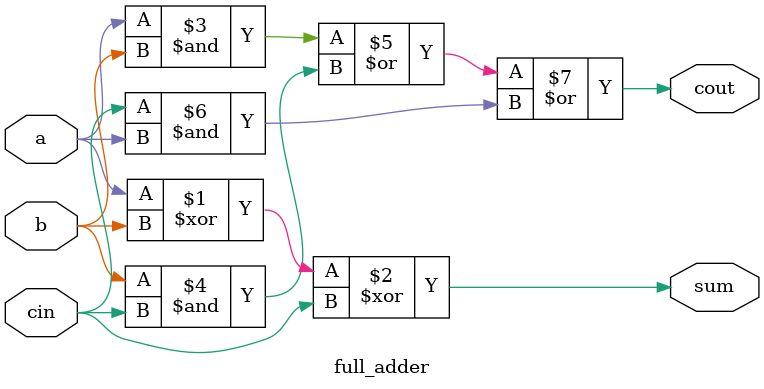
<source format=sv>
module full_adder(a,b,cin,sum,cout);
  input a,b,cin;
  output sum, cout;
  
  assign sum=a^b^cin;
  assign cout=(a&b)|(b&cin)|(cin&a);
  
endmodule

</source>
